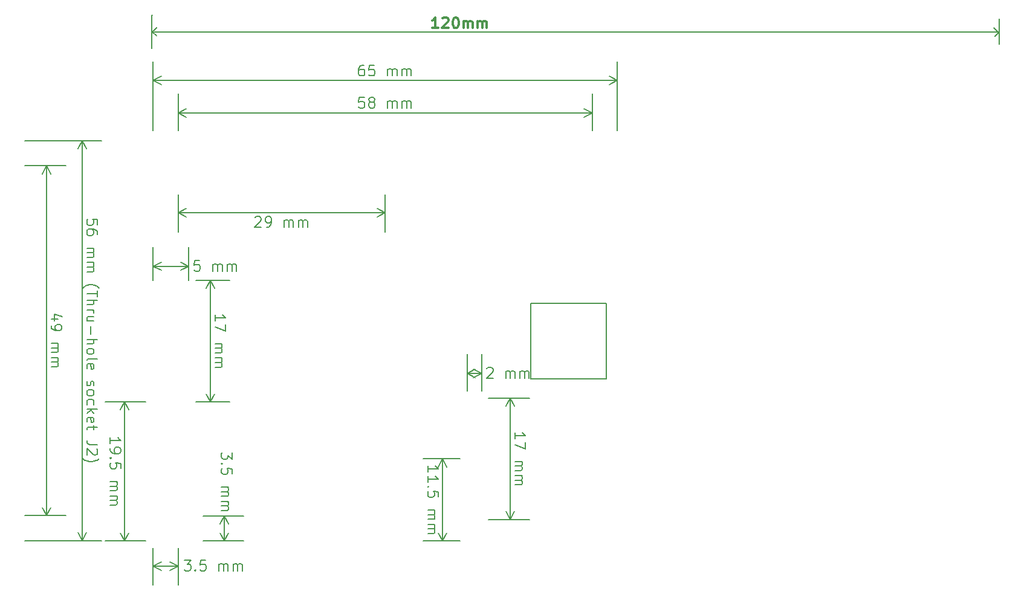
<source format=gbr>
G04 #@! TF.FileFunction,Drawing*
%FSLAX46Y46*%
G04 Gerber Fmt 4.6, Leading zero omitted, Abs format (unit mm)*
G04 Created by KiCad (PCBNEW 4.0.6) date 08/03/17 11:48:30*
%MOMM*%
%LPD*%
G01*
G04 APERTURE LIST*
%ADD10C,0.100000*%
%ADD11C,0.300000*%
%ADD12C,0.200000*%
%ADD13C,0.150000*%
G04 APERTURE END LIST*
D10*
D11*
X137750001Y-44328571D02*
X136892858Y-44328571D01*
X137321430Y-44328571D02*
X137321430Y-42828571D01*
X137178573Y-43042857D01*
X137035715Y-43185714D01*
X136892858Y-43257143D01*
X138321429Y-42971429D02*
X138392858Y-42900000D01*
X138535715Y-42828571D01*
X138892858Y-42828571D01*
X139035715Y-42900000D01*
X139107144Y-42971429D01*
X139178572Y-43114286D01*
X139178572Y-43257143D01*
X139107144Y-43471429D01*
X138250001Y-44328571D01*
X139178572Y-44328571D01*
X140107143Y-42828571D02*
X140250000Y-42828571D01*
X140392857Y-42900000D01*
X140464286Y-42971429D01*
X140535715Y-43114286D01*
X140607143Y-43400000D01*
X140607143Y-43757143D01*
X140535715Y-44042857D01*
X140464286Y-44185714D01*
X140392857Y-44257143D01*
X140250000Y-44328571D01*
X140107143Y-44328571D01*
X139964286Y-44257143D01*
X139892857Y-44185714D01*
X139821429Y-44042857D01*
X139750000Y-43757143D01*
X139750000Y-43400000D01*
X139821429Y-43114286D01*
X139892857Y-42971429D01*
X139964286Y-42900000D01*
X140107143Y-42828571D01*
X141250000Y-44328571D02*
X141250000Y-43328571D01*
X141250000Y-43471429D02*
X141321428Y-43400000D01*
X141464286Y-43328571D01*
X141678571Y-43328571D01*
X141821428Y-43400000D01*
X141892857Y-43542857D01*
X141892857Y-44328571D01*
X141892857Y-43542857D02*
X141964286Y-43400000D01*
X142107143Y-43328571D01*
X142321428Y-43328571D01*
X142464286Y-43400000D01*
X142535714Y-43542857D01*
X142535714Y-44328571D01*
X143250000Y-44328571D02*
X143250000Y-43328571D01*
X143250000Y-43471429D02*
X143321428Y-43400000D01*
X143464286Y-43328571D01*
X143678571Y-43328571D01*
X143821428Y-43400000D01*
X143892857Y-43542857D01*
X143892857Y-44328571D01*
X143892857Y-43542857D02*
X143964286Y-43400000D01*
X144107143Y-43328571D01*
X144321428Y-43328571D01*
X144464286Y-43400000D01*
X144535714Y-43542857D01*
X144535714Y-44328571D01*
D12*
X97725000Y-44850000D02*
X98300000Y-45425000D01*
X98375000Y-44200000D02*
X97725000Y-44850000D01*
X216225000Y-44950000D02*
X215700000Y-45475000D01*
X215550000Y-44275000D02*
X216225000Y-44950000D01*
X216275000Y-46600000D02*
X216275000Y-43000000D01*
X215200000Y-44900000D02*
X216150000Y-44900000D01*
X97600000Y-42500000D02*
X97700000Y-42500000D01*
X97600000Y-47200000D02*
X97600000Y-42500000D01*
X97950000Y-44900000D02*
X215200000Y-44900000D01*
D13*
X90011429Y-71880002D02*
X90011429Y-71165716D01*
X89297143Y-71094287D01*
X89368571Y-71165716D01*
X89440000Y-71308573D01*
X89440000Y-71665716D01*
X89368571Y-71808573D01*
X89297143Y-71880002D01*
X89154286Y-71951430D01*
X88797143Y-71951430D01*
X88654286Y-71880002D01*
X88582857Y-71808573D01*
X88511429Y-71665716D01*
X88511429Y-71308573D01*
X88582857Y-71165716D01*
X88654286Y-71094287D01*
X90011429Y-73237144D02*
X90011429Y-72951430D01*
X89940000Y-72808573D01*
X89868571Y-72737144D01*
X89654286Y-72594287D01*
X89368571Y-72522858D01*
X88797143Y-72522858D01*
X88654286Y-72594287D01*
X88582857Y-72665715D01*
X88511429Y-72808573D01*
X88511429Y-73094287D01*
X88582857Y-73237144D01*
X88654286Y-73308573D01*
X88797143Y-73380001D01*
X89154286Y-73380001D01*
X89297143Y-73308573D01*
X89368571Y-73237144D01*
X89440000Y-73094287D01*
X89440000Y-72808573D01*
X89368571Y-72665715D01*
X89297143Y-72594287D01*
X89154286Y-72522858D01*
X88511429Y-75165715D02*
X89511429Y-75165715D01*
X89368571Y-75165715D02*
X89440000Y-75237143D01*
X89511429Y-75380001D01*
X89511429Y-75594286D01*
X89440000Y-75737143D01*
X89297143Y-75808572D01*
X88511429Y-75808572D01*
X89297143Y-75808572D02*
X89440000Y-75880001D01*
X89511429Y-76022858D01*
X89511429Y-76237143D01*
X89440000Y-76380001D01*
X89297143Y-76451429D01*
X88511429Y-76451429D01*
X88511429Y-77165715D02*
X89511429Y-77165715D01*
X89368571Y-77165715D02*
X89440000Y-77237143D01*
X89511429Y-77380001D01*
X89511429Y-77594286D01*
X89440000Y-77737143D01*
X89297143Y-77808572D01*
X88511429Y-77808572D01*
X89297143Y-77808572D02*
X89440000Y-77880001D01*
X89511429Y-78022858D01*
X89511429Y-78237143D01*
X89440000Y-78380001D01*
X89297143Y-78451429D01*
X88511429Y-78451429D01*
X87940000Y-80737143D02*
X88011429Y-80665715D01*
X88225714Y-80522858D01*
X88368571Y-80451429D01*
X88582857Y-80380000D01*
X88940000Y-80308572D01*
X89225714Y-80308572D01*
X89582857Y-80380000D01*
X89797143Y-80451429D01*
X89940000Y-80522858D01*
X90154286Y-80665715D01*
X90225714Y-80737143D01*
X90011429Y-81094286D02*
X90011429Y-81951429D01*
X88511429Y-81522858D02*
X90011429Y-81522858D01*
X88511429Y-82451429D02*
X90011429Y-82451429D01*
X88511429Y-83094286D02*
X89297143Y-83094286D01*
X89440000Y-83022857D01*
X89511429Y-82880000D01*
X89511429Y-82665715D01*
X89440000Y-82522857D01*
X89368571Y-82451429D01*
X88511429Y-83808572D02*
X89511429Y-83808572D01*
X89225714Y-83808572D02*
X89368571Y-83880000D01*
X89440000Y-83951429D01*
X89511429Y-84094286D01*
X89511429Y-84237143D01*
X89511429Y-85380000D02*
X88511429Y-85380000D01*
X89511429Y-84737143D02*
X88725714Y-84737143D01*
X88582857Y-84808571D01*
X88511429Y-84951429D01*
X88511429Y-85165714D01*
X88582857Y-85308571D01*
X88654286Y-85380000D01*
X89082857Y-86094286D02*
X89082857Y-87237143D01*
X88511429Y-87951429D02*
X90011429Y-87951429D01*
X88511429Y-88594286D02*
X89297143Y-88594286D01*
X89440000Y-88522857D01*
X89511429Y-88380000D01*
X89511429Y-88165715D01*
X89440000Y-88022857D01*
X89368571Y-87951429D01*
X88511429Y-89522858D02*
X88582857Y-89380000D01*
X88654286Y-89308572D01*
X88797143Y-89237143D01*
X89225714Y-89237143D01*
X89368571Y-89308572D01*
X89440000Y-89380000D01*
X89511429Y-89522858D01*
X89511429Y-89737143D01*
X89440000Y-89880000D01*
X89368571Y-89951429D01*
X89225714Y-90022858D01*
X88797143Y-90022858D01*
X88654286Y-89951429D01*
X88582857Y-89880000D01*
X88511429Y-89737143D01*
X88511429Y-89522858D01*
X88511429Y-90880001D02*
X88582857Y-90737143D01*
X88725714Y-90665715D01*
X90011429Y-90665715D01*
X88582857Y-92022857D02*
X88511429Y-91880000D01*
X88511429Y-91594286D01*
X88582857Y-91451429D01*
X88725714Y-91380000D01*
X89297143Y-91380000D01*
X89440000Y-91451429D01*
X89511429Y-91594286D01*
X89511429Y-91880000D01*
X89440000Y-92022857D01*
X89297143Y-92094286D01*
X89154286Y-92094286D01*
X89011429Y-91380000D01*
X88582857Y-93808571D02*
X88511429Y-93951428D01*
X88511429Y-94237143D01*
X88582857Y-94380000D01*
X88725714Y-94451428D01*
X88797143Y-94451428D01*
X88940000Y-94380000D01*
X89011429Y-94237143D01*
X89011429Y-94022857D01*
X89082857Y-93880000D01*
X89225714Y-93808571D01*
X89297143Y-93808571D01*
X89440000Y-93880000D01*
X89511429Y-94022857D01*
X89511429Y-94237143D01*
X89440000Y-94380000D01*
X88511429Y-95308572D02*
X88582857Y-95165714D01*
X88654286Y-95094286D01*
X88797143Y-95022857D01*
X89225714Y-95022857D01*
X89368571Y-95094286D01*
X89440000Y-95165714D01*
X89511429Y-95308572D01*
X89511429Y-95522857D01*
X89440000Y-95665714D01*
X89368571Y-95737143D01*
X89225714Y-95808572D01*
X88797143Y-95808572D01*
X88654286Y-95737143D01*
X88582857Y-95665714D01*
X88511429Y-95522857D01*
X88511429Y-95308572D01*
X88582857Y-97094286D02*
X88511429Y-96951429D01*
X88511429Y-96665715D01*
X88582857Y-96522857D01*
X88654286Y-96451429D01*
X88797143Y-96380000D01*
X89225714Y-96380000D01*
X89368571Y-96451429D01*
X89440000Y-96522857D01*
X89511429Y-96665715D01*
X89511429Y-96951429D01*
X89440000Y-97094286D01*
X88511429Y-97737143D02*
X90011429Y-97737143D01*
X89082857Y-97880000D02*
X88511429Y-98308571D01*
X89511429Y-98308571D02*
X88940000Y-97737143D01*
X88582857Y-99522857D02*
X88511429Y-99380000D01*
X88511429Y-99094286D01*
X88582857Y-98951429D01*
X88725714Y-98880000D01*
X89297143Y-98880000D01*
X89440000Y-98951429D01*
X89511429Y-99094286D01*
X89511429Y-99380000D01*
X89440000Y-99522857D01*
X89297143Y-99594286D01*
X89154286Y-99594286D01*
X89011429Y-98880000D01*
X89511429Y-100022857D02*
X89511429Y-100594286D01*
X90011429Y-100237143D02*
X88725714Y-100237143D01*
X88582857Y-100308571D01*
X88511429Y-100451429D01*
X88511429Y-100594286D01*
X90011429Y-102665714D02*
X88940000Y-102665714D01*
X88725714Y-102594286D01*
X88582857Y-102451429D01*
X88511429Y-102237143D01*
X88511429Y-102094286D01*
X89868571Y-103308571D02*
X89940000Y-103380000D01*
X90011429Y-103522857D01*
X90011429Y-103880000D01*
X89940000Y-104022857D01*
X89868571Y-104094286D01*
X89725714Y-104165714D01*
X89582857Y-104165714D01*
X89368571Y-104094286D01*
X88511429Y-103237143D01*
X88511429Y-104165714D01*
X87940000Y-104665714D02*
X88011429Y-104737142D01*
X88225714Y-104879999D01*
X88368571Y-104951428D01*
X88582857Y-105022857D01*
X88940000Y-105094285D01*
X89225714Y-105094285D01*
X89582857Y-105022857D01*
X89797143Y-104951428D01*
X89940000Y-104879999D01*
X90154286Y-104737142D01*
X90225714Y-104665714D01*
X87840000Y-60130000D02*
X87840000Y-116130000D01*
X79840000Y-60130000D02*
X90540000Y-60130000D01*
X79840000Y-116130000D02*
X90540000Y-116130000D01*
X87840000Y-116130000D02*
X87253579Y-115003496D01*
X87840000Y-116130000D02*
X88426421Y-115003496D01*
X87840000Y-60130000D02*
X87253579Y-61256504D01*
X87840000Y-60130000D02*
X88426421Y-61256504D01*
X136261430Y-106511429D02*
X136261430Y-105654286D01*
X136261430Y-106082858D02*
X137761430Y-106082858D01*
X137547144Y-105940001D01*
X137404287Y-105797143D01*
X137332858Y-105654286D01*
X136261430Y-107940000D02*
X136261430Y-107082857D01*
X136261430Y-107511429D02*
X137761430Y-107511429D01*
X137547144Y-107368572D01*
X137404287Y-107225714D01*
X137332858Y-107082857D01*
X136404287Y-108582857D02*
X136332858Y-108654285D01*
X136261430Y-108582857D01*
X136332858Y-108511428D01*
X136404287Y-108582857D01*
X136261430Y-108582857D01*
X137761430Y-110011429D02*
X137761430Y-109297143D01*
X137047144Y-109225714D01*
X137118572Y-109297143D01*
X137190001Y-109440000D01*
X137190001Y-109797143D01*
X137118572Y-109940000D01*
X137047144Y-110011429D01*
X136904287Y-110082857D01*
X136547144Y-110082857D01*
X136404287Y-110011429D01*
X136332858Y-109940000D01*
X136261430Y-109797143D01*
X136261430Y-109440000D01*
X136332858Y-109297143D01*
X136404287Y-109225714D01*
X136261430Y-111868571D02*
X137261430Y-111868571D01*
X137118572Y-111868571D02*
X137190001Y-111939999D01*
X137261430Y-112082857D01*
X137261430Y-112297142D01*
X137190001Y-112439999D01*
X137047144Y-112511428D01*
X136261430Y-112511428D01*
X137047144Y-112511428D02*
X137190001Y-112582857D01*
X137261430Y-112725714D01*
X137261430Y-112939999D01*
X137190001Y-113082857D01*
X137047144Y-113154285D01*
X136261430Y-113154285D01*
X136261430Y-113868571D02*
X137261430Y-113868571D01*
X137118572Y-113868571D02*
X137190001Y-113939999D01*
X137261430Y-114082857D01*
X137261430Y-114297142D01*
X137190001Y-114439999D01*
X137047144Y-114511428D01*
X136261430Y-114511428D01*
X137047144Y-114511428D02*
X137190001Y-114582857D01*
X137261430Y-114725714D01*
X137261430Y-114939999D01*
X137190001Y-115082857D01*
X137047144Y-115154285D01*
X136261430Y-115154285D01*
X138290001Y-104690000D02*
X138290001Y-116190000D01*
X140790000Y-104690000D02*
X135590001Y-104690000D01*
X140790000Y-116190000D02*
X135590001Y-116190000D01*
X138290001Y-116190000D02*
X137703580Y-115063496D01*
X138290001Y-116190000D02*
X138876422Y-115063496D01*
X138290001Y-104690000D02*
X137703580Y-105816504D01*
X138290001Y-104690000D02*
X138876422Y-105816504D01*
X144540000Y-92011429D02*
X144611429Y-91940000D01*
X144754286Y-91868571D01*
X145111429Y-91868571D01*
X145254286Y-91940000D01*
X145325715Y-92011429D01*
X145397143Y-92154286D01*
X145397143Y-92297143D01*
X145325715Y-92511429D01*
X144468572Y-93368571D01*
X145397143Y-93368571D01*
X147182857Y-93368571D02*
X147182857Y-92368571D01*
X147182857Y-92511429D02*
X147254285Y-92440000D01*
X147397143Y-92368571D01*
X147611428Y-92368571D01*
X147754285Y-92440000D01*
X147825714Y-92582857D01*
X147825714Y-93368571D01*
X147825714Y-92582857D02*
X147897143Y-92440000D01*
X148040000Y-92368571D01*
X148254285Y-92368571D01*
X148397143Y-92440000D01*
X148468571Y-92582857D01*
X148468571Y-93368571D01*
X149182857Y-93368571D02*
X149182857Y-92368571D01*
X149182857Y-92511429D02*
X149254285Y-92440000D01*
X149397143Y-92368571D01*
X149611428Y-92368571D01*
X149754285Y-92440000D01*
X149825714Y-92582857D01*
X149825714Y-93368571D01*
X149825714Y-92582857D02*
X149897143Y-92440000D01*
X150040000Y-92368571D01*
X150254285Y-92368571D01*
X150397143Y-92440000D01*
X150468571Y-92582857D01*
X150468571Y-93368571D01*
X141790000Y-92690001D02*
X143790000Y-92690001D01*
X141790000Y-95190000D02*
X141790000Y-89990001D01*
X143790000Y-95190000D02*
X143790000Y-89990001D01*
X143790000Y-92690001D02*
X142663496Y-93276422D01*
X143790000Y-92690001D02*
X142663496Y-92103580D01*
X141790000Y-92690001D02*
X142916504Y-93276422D01*
X141790000Y-92690001D02*
X142916504Y-92103580D01*
X148461429Y-101832858D02*
X148461429Y-100975715D01*
X148461429Y-101404287D02*
X149961429Y-101404287D01*
X149747143Y-101261430D01*
X149604286Y-101118572D01*
X149532857Y-100975715D01*
X149961429Y-102332858D02*
X149961429Y-103332858D01*
X148461429Y-102690001D01*
X148461429Y-105047143D02*
X149461429Y-105047143D01*
X149318571Y-105047143D02*
X149390000Y-105118571D01*
X149461429Y-105261429D01*
X149461429Y-105475714D01*
X149390000Y-105618571D01*
X149247143Y-105690000D01*
X148461429Y-105690000D01*
X149247143Y-105690000D02*
X149390000Y-105761429D01*
X149461429Y-105904286D01*
X149461429Y-106118571D01*
X149390000Y-106261429D01*
X149247143Y-106332857D01*
X148461429Y-106332857D01*
X148461429Y-107047143D02*
X149461429Y-107047143D01*
X149318571Y-107047143D02*
X149390000Y-107118571D01*
X149461429Y-107261429D01*
X149461429Y-107475714D01*
X149390000Y-107618571D01*
X149247143Y-107690000D01*
X148461429Y-107690000D01*
X149247143Y-107690000D02*
X149390000Y-107761429D01*
X149461429Y-107904286D01*
X149461429Y-108118571D01*
X149390000Y-108261429D01*
X149247143Y-108332857D01*
X148461429Y-108332857D01*
X147790000Y-96190000D02*
X147790000Y-113190000D01*
X144790000Y-96190000D02*
X150490000Y-96190000D01*
X144790000Y-113190000D02*
X150490000Y-113190000D01*
X147790000Y-113190000D02*
X147203579Y-112063496D01*
X147790000Y-113190000D02*
X148376421Y-112063496D01*
X147790000Y-96190000D02*
X147203579Y-97316504D01*
X147790000Y-96190000D02*
X148376421Y-97316504D01*
X102147144Y-118868571D02*
X103075715Y-118868571D01*
X102575715Y-119440000D01*
X102790001Y-119440000D01*
X102932858Y-119511429D01*
X103004287Y-119582857D01*
X103075715Y-119725714D01*
X103075715Y-120082857D01*
X103004287Y-120225714D01*
X102932858Y-120297143D01*
X102790001Y-120368571D01*
X102361429Y-120368571D01*
X102218572Y-120297143D01*
X102147144Y-120225714D01*
X103718572Y-120225714D02*
X103790000Y-120297143D01*
X103718572Y-120368571D01*
X103647143Y-120297143D01*
X103718572Y-120225714D01*
X103718572Y-120368571D01*
X105147144Y-118868571D02*
X104432858Y-118868571D01*
X104361429Y-119582857D01*
X104432858Y-119511429D01*
X104575715Y-119440000D01*
X104932858Y-119440000D01*
X105075715Y-119511429D01*
X105147144Y-119582857D01*
X105218572Y-119725714D01*
X105218572Y-120082857D01*
X105147144Y-120225714D01*
X105075715Y-120297143D01*
X104932858Y-120368571D01*
X104575715Y-120368571D01*
X104432858Y-120297143D01*
X104361429Y-120225714D01*
X107004286Y-120368571D02*
X107004286Y-119368571D01*
X107004286Y-119511429D02*
X107075714Y-119440000D01*
X107218572Y-119368571D01*
X107432857Y-119368571D01*
X107575714Y-119440000D01*
X107647143Y-119582857D01*
X107647143Y-120368571D01*
X107647143Y-119582857D02*
X107718572Y-119440000D01*
X107861429Y-119368571D01*
X108075714Y-119368571D01*
X108218572Y-119440000D01*
X108290000Y-119582857D01*
X108290000Y-120368571D01*
X109004286Y-120368571D02*
X109004286Y-119368571D01*
X109004286Y-119511429D02*
X109075714Y-119440000D01*
X109218572Y-119368571D01*
X109432857Y-119368571D01*
X109575714Y-119440000D01*
X109647143Y-119582857D01*
X109647143Y-120368571D01*
X109647143Y-119582857D02*
X109718572Y-119440000D01*
X109861429Y-119368571D01*
X110075714Y-119368571D01*
X110218572Y-119440000D01*
X110290000Y-119582857D01*
X110290000Y-120368571D01*
X97790000Y-119690000D02*
X101290000Y-119690000D01*
X97790000Y-117190000D02*
X97790000Y-122390000D01*
X101290000Y-117190000D02*
X101290000Y-122390000D01*
X101290000Y-119690000D02*
X100163496Y-120276421D01*
X101290000Y-119690000D02*
X100163496Y-119103579D01*
X97790000Y-119690000D02*
X98916504Y-120276421D01*
X97790000Y-119690000D02*
X98916504Y-119103579D01*
X108861429Y-103797144D02*
X108861429Y-104725715D01*
X108290000Y-104225715D01*
X108290000Y-104440001D01*
X108218571Y-104582858D01*
X108147143Y-104654287D01*
X108004286Y-104725715D01*
X107647143Y-104725715D01*
X107504286Y-104654287D01*
X107432857Y-104582858D01*
X107361429Y-104440001D01*
X107361429Y-104011429D01*
X107432857Y-103868572D01*
X107504286Y-103797144D01*
X107504286Y-105368572D02*
X107432857Y-105440000D01*
X107361429Y-105368572D01*
X107432857Y-105297143D01*
X107504286Y-105368572D01*
X107361429Y-105368572D01*
X108861429Y-106797144D02*
X108861429Y-106082858D01*
X108147143Y-106011429D01*
X108218571Y-106082858D01*
X108290000Y-106225715D01*
X108290000Y-106582858D01*
X108218571Y-106725715D01*
X108147143Y-106797144D01*
X108004286Y-106868572D01*
X107647143Y-106868572D01*
X107504286Y-106797144D01*
X107432857Y-106725715D01*
X107361429Y-106582858D01*
X107361429Y-106225715D01*
X107432857Y-106082858D01*
X107504286Y-106011429D01*
X107361429Y-108654286D02*
X108361429Y-108654286D01*
X108218571Y-108654286D02*
X108290000Y-108725714D01*
X108361429Y-108868572D01*
X108361429Y-109082857D01*
X108290000Y-109225714D01*
X108147143Y-109297143D01*
X107361429Y-109297143D01*
X108147143Y-109297143D02*
X108290000Y-109368572D01*
X108361429Y-109511429D01*
X108361429Y-109725714D01*
X108290000Y-109868572D01*
X108147143Y-109940000D01*
X107361429Y-109940000D01*
X107361429Y-110654286D02*
X108361429Y-110654286D01*
X108218571Y-110654286D02*
X108290000Y-110725714D01*
X108361429Y-110868572D01*
X108361429Y-111082857D01*
X108290000Y-111225714D01*
X108147143Y-111297143D01*
X107361429Y-111297143D01*
X108147143Y-111297143D02*
X108290000Y-111368572D01*
X108361429Y-111511429D01*
X108361429Y-111725714D01*
X108290000Y-111868572D01*
X108147143Y-111940000D01*
X107361429Y-111940000D01*
X107790000Y-112690000D02*
X107790000Y-116190000D01*
X104790000Y-112690000D02*
X110490000Y-112690000D01*
X104790000Y-116190000D02*
X110490000Y-116190000D01*
X107790000Y-116190000D02*
X107203579Y-115063496D01*
X107790000Y-116190000D02*
X108376421Y-115063496D01*
X107790000Y-112690000D02*
X107203579Y-113816504D01*
X107790000Y-112690000D02*
X108376421Y-113816504D01*
X84511428Y-85130001D02*
X83511428Y-85130001D01*
X85082856Y-84772858D02*
X84011428Y-84415715D01*
X84011428Y-85344287D01*
X83511428Y-85987143D02*
X83511428Y-86272858D01*
X83582856Y-86415715D01*
X83654285Y-86487143D01*
X83868570Y-86630001D01*
X84154285Y-86701429D01*
X84725713Y-86701429D01*
X84868570Y-86630001D01*
X84939999Y-86558572D01*
X85011428Y-86415715D01*
X85011428Y-86130001D01*
X84939999Y-85987143D01*
X84868570Y-85915715D01*
X84725713Y-85844286D01*
X84368570Y-85844286D01*
X84225713Y-85915715D01*
X84154285Y-85987143D01*
X84082856Y-86130001D01*
X84082856Y-86415715D01*
X84154285Y-86558572D01*
X84225713Y-86630001D01*
X84368570Y-86701429D01*
X83511428Y-88487143D02*
X84511428Y-88487143D01*
X84368570Y-88487143D02*
X84439999Y-88558571D01*
X84511428Y-88701429D01*
X84511428Y-88915714D01*
X84439999Y-89058571D01*
X84297142Y-89130000D01*
X83511428Y-89130000D01*
X84297142Y-89130000D02*
X84439999Y-89201429D01*
X84511428Y-89344286D01*
X84511428Y-89558571D01*
X84439999Y-89701429D01*
X84297142Y-89772857D01*
X83511428Y-89772857D01*
X83511428Y-90487143D02*
X84511428Y-90487143D01*
X84368570Y-90487143D02*
X84439999Y-90558571D01*
X84511428Y-90701429D01*
X84511428Y-90915714D01*
X84439999Y-91058571D01*
X84297142Y-91130000D01*
X83511428Y-91130000D01*
X84297142Y-91130000D02*
X84439999Y-91201429D01*
X84511428Y-91344286D01*
X84511428Y-91558571D01*
X84439999Y-91701429D01*
X84297142Y-91772857D01*
X83511428Y-91772857D01*
X82839999Y-63630000D02*
X82839999Y-112630000D01*
X79840000Y-63630000D02*
X85539999Y-63630000D01*
X79840000Y-112630000D02*
X85539999Y-112630000D01*
X82839999Y-112630000D02*
X82253578Y-111503496D01*
X82839999Y-112630000D02*
X83426420Y-111503496D01*
X82839999Y-63630000D02*
X82253578Y-64756504D01*
X82839999Y-63630000D02*
X83426420Y-64756504D01*
X91761429Y-102511429D02*
X91761429Y-101654286D01*
X91761429Y-102082858D02*
X93261429Y-102082858D01*
X93047143Y-101940001D01*
X92904286Y-101797143D01*
X92832857Y-101654286D01*
X91761429Y-103225714D02*
X91761429Y-103511429D01*
X91832857Y-103654286D01*
X91904286Y-103725714D01*
X92118571Y-103868572D01*
X92404286Y-103940000D01*
X92975714Y-103940000D01*
X93118571Y-103868572D01*
X93190000Y-103797143D01*
X93261429Y-103654286D01*
X93261429Y-103368572D01*
X93190000Y-103225714D01*
X93118571Y-103154286D01*
X92975714Y-103082857D01*
X92618571Y-103082857D01*
X92475714Y-103154286D01*
X92404286Y-103225714D01*
X92332857Y-103368572D01*
X92332857Y-103654286D01*
X92404286Y-103797143D01*
X92475714Y-103868572D01*
X92618571Y-103940000D01*
X91904286Y-104582857D02*
X91832857Y-104654285D01*
X91761429Y-104582857D01*
X91832857Y-104511428D01*
X91904286Y-104582857D01*
X91761429Y-104582857D01*
X93261429Y-106011429D02*
X93261429Y-105297143D01*
X92547143Y-105225714D01*
X92618571Y-105297143D01*
X92690000Y-105440000D01*
X92690000Y-105797143D01*
X92618571Y-105940000D01*
X92547143Y-106011429D01*
X92404286Y-106082857D01*
X92047143Y-106082857D01*
X91904286Y-106011429D01*
X91832857Y-105940000D01*
X91761429Y-105797143D01*
X91761429Y-105440000D01*
X91832857Y-105297143D01*
X91904286Y-105225714D01*
X91761429Y-107868571D02*
X92761429Y-107868571D01*
X92618571Y-107868571D02*
X92690000Y-107939999D01*
X92761429Y-108082857D01*
X92761429Y-108297142D01*
X92690000Y-108439999D01*
X92547143Y-108511428D01*
X91761429Y-108511428D01*
X92547143Y-108511428D02*
X92690000Y-108582857D01*
X92761429Y-108725714D01*
X92761429Y-108939999D01*
X92690000Y-109082857D01*
X92547143Y-109154285D01*
X91761429Y-109154285D01*
X91761429Y-109868571D02*
X92761429Y-109868571D01*
X92618571Y-109868571D02*
X92690000Y-109939999D01*
X92761429Y-110082857D01*
X92761429Y-110297142D01*
X92690000Y-110439999D01*
X92547143Y-110511428D01*
X91761429Y-110511428D01*
X92547143Y-110511428D02*
X92690000Y-110582857D01*
X92761429Y-110725714D01*
X92761429Y-110939999D01*
X92690000Y-111082857D01*
X92547143Y-111154285D01*
X91761429Y-111154285D01*
X93790000Y-96690000D02*
X93790000Y-116190000D01*
X96790000Y-96690000D02*
X91090000Y-96690000D01*
X96790000Y-116190000D02*
X91090000Y-116190000D01*
X93790000Y-116190000D02*
X93203579Y-115063496D01*
X93790000Y-116190000D02*
X94376421Y-115063496D01*
X93790000Y-96690000D02*
X93203579Y-97816504D01*
X93790000Y-96690000D02*
X94376421Y-97816504D01*
X106461429Y-85332858D02*
X106461429Y-84475715D01*
X106461429Y-84904287D02*
X107961429Y-84904287D01*
X107747143Y-84761430D01*
X107604286Y-84618572D01*
X107532857Y-84475715D01*
X107961429Y-85832858D02*
X107961429Y-86832858D01*
X106461429Y-86190001D01*
X106461429Y-88547143D02*
X107461429Y-88547143D01*
X107318571Y-88547143D02*
X107390000Y-88618571D01*
X107461429Y-88761429D01*
X107461429Y-88975714D01*
X107390000Y-89118571D01*
X107247143Y-89190000D01*
X106461429Y-89190000D01*
X107247143Y-89190000D02*
X107390000Y-89261429D01*
X107461429Y-89404286D01*
X107461429Y-89618571D01*
X107390000Y-89761429D01*
X107247143Y-89832857D01*
X106461429Y-89832857D01*
X106461429Y-90547143D02*
X107461429Y-90547143D01*
X107318571Y-90547143D02*
X107390000Y-90618571D01*
X107461429Y-90761429D01*
X107461429Y-90975714D01*
X107390000Y-91118571D01*
X107247143Y-91190000D01*
X106461429Y-91190000D01*
X107247143Y-91190000D02*
X107390000Y-91261429D01*
X107461429Y-91404286D01*
X107461429Y-91618571D01*
X107390000Y-91761429D01*
X107247143Y-91832857D01*
X106461429Y-91832857D01*
X105790000Y-79690000D02*
X105790000Y-96690000D01*
X103790000Y-79690000D02*
X108490000Y-79690000D01*
X103790000Y-96690000D02*
X108490000Y-96690000D01*
X105790000Y-96690000D02*
X105203579Y-95563496D01*
X105790000Y-96690000D02*
X106376421Y-95563496D01*
X105790000Y-79690000D02*
X105203579Y-80816504D01*
X105790000Y-79690000D02*
X106376421Y-80816504D01*
X104325715Y-76868571D02*
X103611429Y-76868571D01*
X103540000Y-77582857D01*
X103611429Y-77511429D01*
X103754286Y-77440000D01*
X104111429Y-77440000D01*
X104254286Y-77511429D01*
X104325715Y-77582857D01*
X104397143Y-77725714D01*
X104397143Y-78082857D01*
X104325715Y-78225714D01*
X104254286Y-78297143D01*
X104111429Y-78368571D01*
X103754286Y-78368571D01*
X103611429Y-78297143D01*
X103540000Y-78225714D01*
X106182857Y-78368571D02*
X106182857Y-77368571D01*
X106182857Y-77511429D02*
X106254285Y-77440000D01*
X106397143Y-77368571D01*
X106611428Y-77368571D01*
X106754285Y-77440000D01*
X106825714Y-77582857D01*
X106825714Y-78368571D01*
X106825714Y-77582857D02*
X106897143Y-77440000D01*
X107040000Y-77368571D01*
X107254285Y-77368571D01*
X107397143Y-77440000D01*
X107468571Y-77582857D01*
X107468571Y-78368571D01*
X108182857Y-78368571D02*
X108182857Y-77368571D01*
X108182857Y-77511429D02*
X108254285Y-77440000D01*
X108397143Y-77368571D01*
X108611428Y-77368571D01*
X108754285Y-77440000D01*
X108825714Y-77582857D01*
X108825714Y-78368571D01*
X108825714Y-77582857D02*
X108897143Y-77440000D01*
X109040000Y-77368571D01*
X109254285Y-77368571D01*
X109397143Y-77440000D01*
X109468571Y-77582857D01*
X109468571Y-78368571D01*
X97790000Y-77690000D02*
X102790000Y-77690000D01*
X97790000Y-79690000D02*
X97790000Y-74990000D01*
X102790000Y-79690000D02*
X102790000Y-74990000D01*
X102790000Y-77690000D02*
X101663496Y-78276421D01*
X102790000Y-77690000D02*
X101663496Y-77103579D01*
X97790000Y-77690000D02*
X98916504Y-78276421D01*
X97790000Y-77690000D02*
X98916504Y-77103579D01*
X112075715Y-70861428D02*
X112147144Y-70789999D01*
X112290001Y-70718570D01*
X112647144Y-70718570D01*
X112790001Y-70789999D01*
X112861430Y-70861428D01*
X112932858Y-71004285D01*
X112932858Y-71147142D01*
X112861430Y-71361428D01*
X112004287Y-72218570D01*
X112932858Y-72218570D01*
X113647143Y-72218570D02*
X113932858Y-72218570D01*
X114075715Y-72147142D01*
X114147143Y-72075713D01*
X114290001Y-71861428D01*
X114361429Y-71575713D01*
X114361429Y-71004285D01*
X114290001Y-70861428D01*
X114218572Y-70789999D01*
X114075715Y-70718570D01*
X113790001Y-70718570D01*
X113647143Y-70789999D01*
X113575715Y-70861428D01*
X113504286Y-71004285D01*
X113504286Y-71361428D01*
X113575715Y-71504285D01*
X113647143Y-71575713D01*
X113790001Y-71647142D01*
X114075715Y-71647142D01*
X114218572Y-71575713D01*
X114290001Y-71504285D01*
X114361429Y-71361428D01*
X116147143Y-72218570D02*
X116147143Y-71218570D01*
X116147143Y-71361428D02*
X116218571Y-71289999D01*
X116361429Y-71218570D01*
X116575714Y-71218570D01*
X116718571Y-71289999D01*
X116790000Y-71432856D01*
X116790000Y-72218570D01*
X116790000Y-71432856D02*
X116861429Y-71289999D01*
X117004286Y-71218570D01*
X117218571Y-71218570D01*
X117361429Y-71289999D01*
X117432857Y-71432856D01*
X117432857Y-72218570D01*
X118147143Y-72218570D02*
X118147143Y-71218570D01*
X118147143Y-71361428D02*
X118218571Y-71289999D01*
X118361429Y-71218570D01*
X118575714Y-71218570D01*
X118718571Y-71289999D01*
X118790000Y-71432856D01*
X118790000Y-72218570D01*
X118790000Y-71432856D02*
X118861429Y-71289999D01*
X119004286Y-71218570D01*
X119218571Y-71218570D01*
X119361429Y-71289999D01*
X119432857Y-71432856D01*
X119432857Y-72218570D01*
X101290000Y-70189999D02*
X130290000Y-70189999D01*
X101290000Y-67690000D02*
X101290000Y-72889999D01*
X130290000Y-67690000D02*
X130290000Y-72889999D01*
X130290000Y-70189999D02*
X129163496Y-70776420D01*
X130290000Y-70189999D02*
X129163496Y-69603578D01*
X101290000Y-70189999D02*
X102416504Y-70776420D01*
X101290000Y-70189999D02*
X102416504Y-69603578D01*
X127361430Y-54018571D02*
X126647144Y-54018571D01*
X126575715Y-54732857D01*
X126647144Y-54661429D01*
X126790001Y-54590000D01*
X127147144Y-54590000D01*
X127290001Y-54661429D01*
X127361430Y-54732857D01*
X127432858Y-54875714D01*
X127432858Y-55232857D01*
X127361430Y-55375714D01*
X127290001Y-55447143D01*
X127147144Y-55518571D01*
X126790001Y-55518571D01*
X126647144Y-55447143D01*
X126575715Y-55375714D01*
X128290001Y-54661429D02*
X128147143Y-54590000D01*
X128075715Y-54518571D01*
X128004286Y-54375714D01*
X128004286Y-54304286D01*
X128075715Y-54161429D01*
X128147143Y-54090000D01*
X128290001Y-54018571D01*
X128575715Y-54018571D01*
X128718572Y-54090000D01*
X128790001Y-54161429D01*
X128861429Y-54304286D01*
X128861429Y-54375714D01*
X128790001Y-54518571D01*
X128718572Y-54590000D01*
X128575715Y-54661429D01*
X128290001Y-54661429D01*
X128147143Y-54732857D01*
X128075715Y-54804286D01*
X128004286Y-54947143D01*
X128004286Y-55232857D01*
X128075715Y-55375714D01*
X128147143Y-55447143D01*
X128290001Y-55518571D01*
X128575715Y-55518571D01*
X128718572Y-55447143D01*
X128790001Y-55375714D01*
X128861429Y-55232857D01*
X128861429Y-54947143D01*
X128790001Y-54804286D01*
X128718572Y-54732857D01*
X128575715Y-54661429D01*
X130647143Y-55518571D02*
X130647143Y-54518571D01*
X130647143Y-54661429D02*
X130718571Y-54590000D01*
X130861429Y-54518571D01*
X131075714Y-54518571D01*
X131218571Y-54590000D01*
X131290000Y-54732857D01*
X131290000Y-55518571D01*
X131290000Y-54732857D02*
X131361429Y-54590000D01*
X131504286Y-54518571D01*
X131718571Y-54518571D01*
X131861429Y-54590000D01*
X131932857Y-54732857D01*
X131932857Y-55518571D01*
X132647143Y-55518571D02*
X132647143Y-54518571D01*
X132647143Y-54661429D02*
X132718571Y-54590000D01*
X132861429Y-54518571D01*
X133075714Y-54518571D01*
X133218571Y-54590000D01*
X133290000Y-54732857D01*
X133290000Y-55518571D01*
X133290000Y-54732857D02*
X133361429Y-54590000D01*
X133504286Y-54518571D01*
X133718571Y-54518571D01*
X133861429Y-54590000D01*
X133932857Y-54732857D01*
X133932857Y-55518571D01*
X101290000Y-56190000D02*
X159290000Y-56190000D01*
X101290000Y-58690000D02*
X101290000Y-53490000D01*
X159290000Y-58690000D02*
X159290000Y-53490000D01*
X159290000Y-56190000D02*
X158163496Y-56776421D01*
X159290000Y-56190000D02*
X158163496Y-55603579D01*
X101290000Y-56190000D02*
X102416504Y-56776421D01*
X101290000Y-56190000D02*
X102416504Y-55603579D01*
X127290001Y-49518571D02*
X127004287Y-49518571D01*
X126861430Y-49590000D01*
X126790001Y-49661429D01*
X126647144Y-49875714D01*
X126575715Y-50161429D01*
X126575715Y-50732857D01*
X126647144Y-50875714D01*
X126718572Y-50947143D01*
X126861430Y-51018571D01*
X127147144Y-51018571D01*
X127290001Y-50947143D01*
X127361430Y-50875714D01*
X127432858Y-50732857D01*
X127432858Y-50375714D01*
X127361430Y-50232857D01*
X127290001Y-50161429D01*
X127147144Y-50090000D01*
X126861430Y-50090000D01*
X126718572Y-50161429D01*
X126647144Y-50232857D01*
X126575715Y-50375714D01*
X128790001Y-49518571D02*
X128075715Y-49518571D01*
X128004286Y-50232857D01*
X128075715Y-50161429D01*
X128218572Y-50090000D01*
X128575715Y-50090000D01*
X128718572Y-50161429D01*
X128790001Y-50232857D01*
X128861429Y-50375714D01*
X128861429Y-50732857D01*
X128790001Y-50875714D01*
X128718572Y-50947143D01*
X128575715Y-51018571D01*
X128218572Y-51018571D01*
X128075715Y-50947143D01*
X128004286Y-50875714D01*
X130647143Y-51018571D02*
X130647143Y-50018571D01*
X130647143Y-50161429D02*
X130718571Y-50090000D01*
X130861429Y-50018571D01*
X131075714Y-50018571D01*
X131218571Y-50090000D01*
X131290000Y-50232857D01*
X131290000Y-51018571D01*
X131290000Y-50232857D02*
X131361429Y-50090000D01*
X131504286Y-50018571D01*
X131718571Y-50018571D01*
X131861429Y-50090000D01*
X131932857Y-50232857D01*
X131932857Y-51018571D01*
X132647143Y-51018571D02*
X132647143Y-50018571D01*
X132647143Y-50161429D02*
X132718571Y-50090000D01*
X132861429Y-50018571D01*
X133075714Y-50018571D01*
X133218571Y-50090000D01*
X133290000Y-50232857D01*
X133290000Y-51018571D01*
X133290000Y-50232857D02*
X133361429Y-50090000D01*
X133504286Y-50018571D01*
X133718571Y-50018571D01*
X133861429Y-50090000D01*
X133932857Y-50232857D01*
X133932857Y-51018571D01*
X97790000Y-51690000D02*
X162790000Y-51690000D01*
X97790000Y-58690000D02*
X97790000Y-48990000D01*
X162790000Y-58690000D02*
X162790000Y-48990000D01*
X162790000Y-51690000D02*
X161663496Y-52276421D01*
X162790000Y-51690000D02*
X161663496Y-51103579D01*
X97790000Y-51690000D02*
X98916504Y-52276421D01*
X97790000Y-51690000D02*
X98916504Y-51103579D01*
D12*
X161300000Y-93490000D02*
X150700000Y-93490000D01*
X150700000Y-93490000D02*
X150700000Y-82890000D01*
X150700000Y-82890000D02*
X161300000Y-82890000D01*
X161300000Y-82890000D02*
X161300000Y-93490000D01*
M02*

</source>
